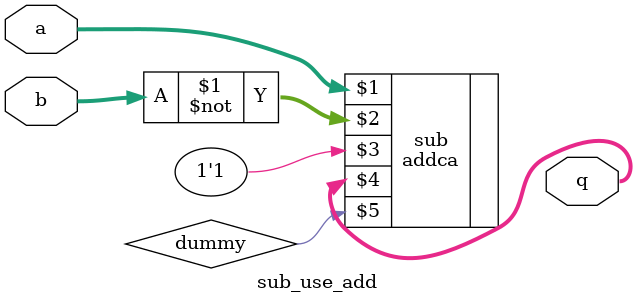
<source format=v>
module sub_use_add(a,b,q);
input [3:0] a,b;
output [3:0] q;
wire dummy;

addca sub(a, ~b, 1'b1, q, dummy);

endmodule


</source>
